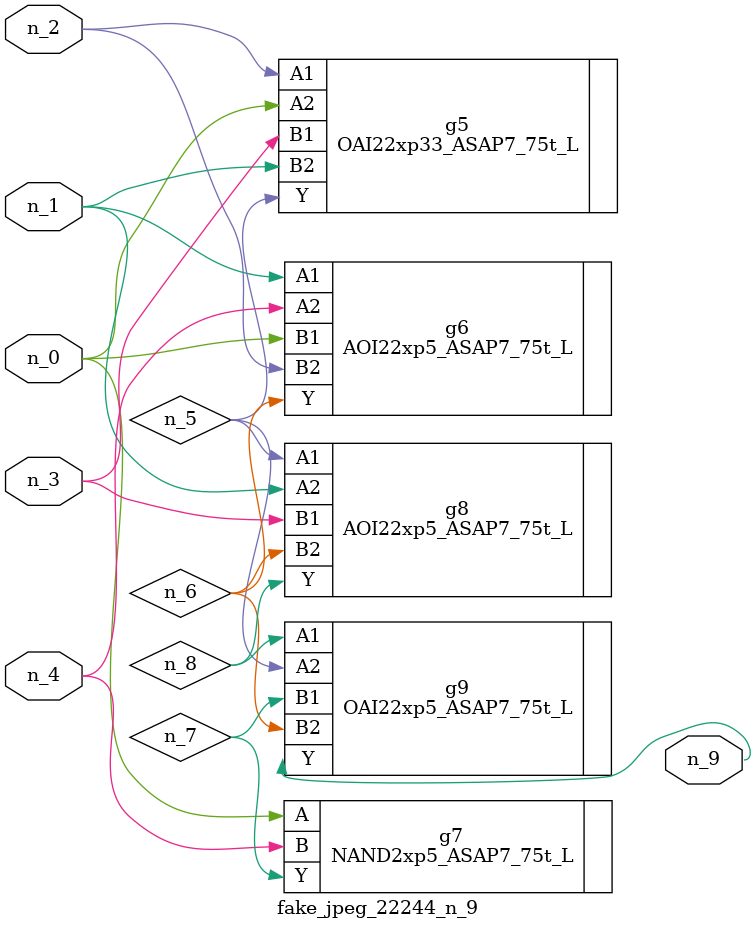
<source format=v>
module fake_jpeg_22244_n_9 (n_3, n_2, n_1, n_0, n_4, n_9);

input n_3;
input n_2;
input n_1;
input n_0;
input n_4;

output n_9;

wire n_8;
wire n_6;
wire n_5;
wire n_7;

OAI22xp33_ASAP7_75t_L g5 ( 
.A1(n_2),
.A2(n_0),
.B1(n_3),
.B2(n_1),
.Y(n_5)
);

AOI22xp5_ASAP7_75t_L g6 ( 
.A1(n_1),
.A2(n_4),
.B1(n_0),
.B2(n_2),
.Y(n_6)
);

NAND2xp5_ASAP7_75t_L g7 ( 
.A(n_0),
.B(n_4),
.Y(n_7)
);

AOI22xp5_ASAP7_75t_L g8 ( 
.A1(n_5),
.A2(n_1),
.B1(n_3),
.B2(n_6),
.Y(n_8)
);

OAI22xp5_ASAP7_75t_L g9 ( 
.A1(n_8),
.A2(n_5),
.B1(n_7),
.B2(n_6),
.Y(n_9)
);


endmodule
</source>
